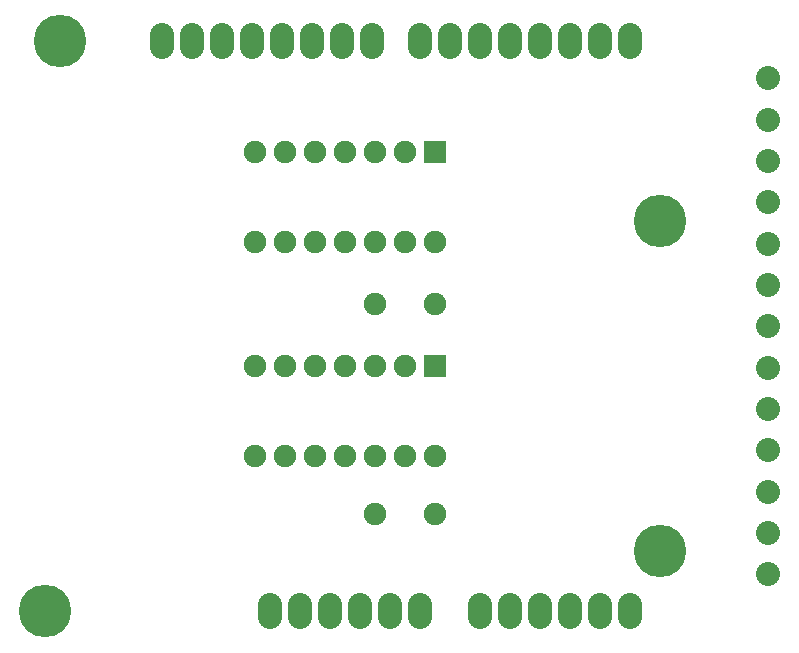
<source format=gts>
G04 (created by PCBNEW-RS274X (2011-aug-04)-testing) date Mon 24 Sep 2012 03:04:33 PM PDT*
G01*
G70*
G90*
%MOIN*%
G04 Gerber Fmt 3.4, Leading zero omitted, Abs format*
%FSLAX34Y34*%
G04 APERTURE LIST*
%ADD10C,0.006000*%
%ADD11R,0.075000X0.075000*%
%ADD12C,0.075000*%
%ADD13C,0.080000*%
%ADD14O,0.080000X0.120000*%
%ADD15C,0.175000*%
G04 APERTURE END LIST*
G54D10*
G54D11*
X25000Y-20820D03*
G54D12*
X24000Y-20820D03*
X23000Y-20820D03*
X22000Y-20820D03*
X21000Y-20820D03*
X20000Y-20820D03*
X19000Y-20820D03*
X19000Y-23820D03*
X20000Y-23820D03*
X21000Y-23820D03*
X22000Y-23820D03*
X23000Y-23820D03*
X24000Y-23820D03*
X25000Y-23820D03*
G54D11*
X25000Y-13680D03*
G54D12*
X24000Y-13680D03*
X23000Y-13680D03*
X22000Y-13680D03*
X21000Y-13680D03*
X20000Y-13680D03*
X19000Y-13680D03*
X19000Y-16680D03*
X20000Y-16680D03*
X21000Y-16680D03*
X22000Y-16680D03*
X23000Y-16680D03*
X24000Y-16680D03*
X25000Y-16680D03*
G54D13*
X36101Y-27769D03*
X36100Y-26392D03*
X36099Y-25011D03*
X36100Y-23634D03*
X36100Y-22256D03*
X36100Y-20880D03*
X36100Y-19501D03*
X36099Y-18123D03*
X36099Y-16745D03*
X36099Y-15365D03*
X36098Y-12611D03*
X36099Y-13989D03*
X36099Y-11233D03*
G54D12*
X23000Y-25750D03*
X25000Y-25750D03*
X23000Y-18750D03*
X25000Y-18750D03*
G54D14*
X31500Y-29000D03*
X30500Y-29000D03*
X29500Y-29000D03*
X26500Y-29000D03*
X27500Y-29000D03*
X28500Y-29000D03*
X24500Y-29000D03*
X23500Y-29000D03*
X22500Y-29000D03*
X20500Y-29000D03*
X19500Y-29000D03*
X31500Y-10000D03*
X30500Y-10000D03*
X29500Y-10000D03*
X28500Y-10000D03*
X27500Y-10000D03*
X26500Y-10000D03*
X25500Y-10000D03*
X24500Y-10000D03*
X22900Y-10000D03*
X21900Y-10000D03*
X20900Y-10000D03*
X19900Y-10000D03*
X18900Y-10000D03*
X17900Y-10000D03*
X16900Y-10000D03*
X15900Y-10000D03*
X21500Y-29000D03*
G54D15*
X32500Y-27000D03*
X32500Y-16000D03*
X12500Y-10000D03*
X12000Y-29000D03*
M02*

</source>
